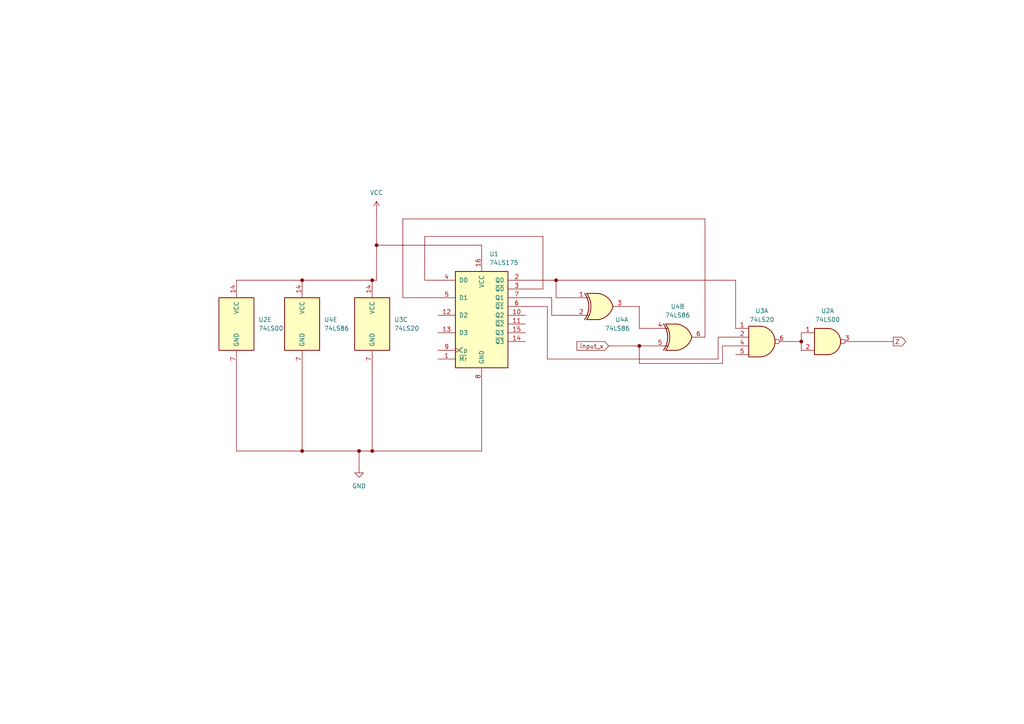
<source format=kicad_sch>
(kicad_sch (version 20230121) (generator eeschema)
  (paper "A4")
  (lib_symbols
    (symbol "74xx:74LS00" (pin_names (offset 1.016))
      (property "Reference" "U" (at 0 1.27 0))
      (property "Value" "74LS00" (at 0 -1.27 0))
      (symbol "74LS00_1_1"
        (arc (start 0 -3.81) (mid 3.7934 0) (end 0 3.81) (stroke (width 0.254)) (fill (type background)))
        (polyline (pts (xy 0 3.81) (xy -3.81 3.81) (xy -3.81 -3.81) (xy 0 -3.81)) (stroke (width 0.254)) (fill (type background)))
        (pin input line (at -7.62 2.54 0) (length 3.81) (name "~") (number "1"))
        (pin input line (at -7.62 -2.54 0) (length 3.81) (name "~") (number "2"))
        (pin output inverted (at 7.62 0 180) (length 3.81) (name "~") (number "3"))
      )
      (symbol "74LS00_1_2"
        (arc (start -3.81 -3.81) (mid -2.589 0) (end -3.81 3.81) (stroke (width 0.254)))
        (arc (start -0.6096 -3.81) (mid 2.1842 -2.5851) (end 3.81 0) (stroke (width 0.254)) (fill (type background)))
        (polyline (pts (xy -3.81 -3.81) (xy -0.635 -3.81)) (stroke (width 0.254)) (fill (type background)))
        (polyline (pts (xy -3.81 3.81) (xy -0.635 3.81)) (stroke (width 0.254)) (fill (type background)))
        (polyline (pts (xy -0.635 3.81) (xy -3.81 3.81) (xy -3.81 3.81) (xy -3.556 3.4036) (xy -3.0226 2.2606) (xy -2.6924 1.0414) (xy -2.6162 -0.254) (xy -2.7686 -1.4986) (xy -3.175 -2.7178) (xy -3.81 -3.81) (xy -3.81 -3.81) (xy -0.635 -3.81)) (stroke (width -25.4)) (fill (type background)))
        (arc (start 3.81 0) (mid 2.1915 2.5936) (end -0.6096 3.81) (stroke (width 0.254)) (fill (type background)))
        (pin input inverted (at -7.62 2.54 0) (length 4.318) (name "~") (number "1"))
        (pin input inverted (at -7.62 -2.54 0) (length 4.318) (name "~") (number "2"))
        (pin output line (at 7.62 0 180) (length 3.81) (name "~") (number "3"))
      )
      (symbol "74LS00_2_1"
        (arc (start 0 -3.81) (mid 3.7934 0) (end 0 3.81) (stroke (width 0.254)) (fill (type background)))
        (polyline (pts (xy 0 3.81) (xy -3.81 3.81) (xy -3.81 -3.81) (xy 0 -3.81)) (stroke (width 0.254)) (fill (type background)))
        (pin input line (at -7.62 2.54 0) (length 3.81) (name "~") (number "4"))
        (pin input line (at -7.62 -2.54 0) (length 3.81) (name "~") (number "5"))
        (pin output inverted (at 7.62 0 180) (length 3.81) (name "~") (number "6"))
      )
      (symbol "74LS00_2_2"
        (arc (start -3.81 -3.81) (mid -2.589 0) (end -3.81 3.81) (stroke (width 0.254)))
        (arc (start -0.6096 -3.81) (mid 2.1842 -2.5851) (end 3.81 0) (stroke (width 0.254)) (fill (type background)))
        (polyline (pts (xy -3.81 -3.81) (xy -0.635 -3.81)) (stroke (width 0.254)) (fill (type background)))
        (polyline (pts (xy -3.81 3.81) (xy -0.635 3.81)) (stroke (width 0.254)) (fill (type background)))
        (polyline (pts (xy -0.635 3.81) (xy -3.81 3.81) (xy -3.81 3.81) (xy -3.556 3.4036) (xy -3.0226 2.2606) (xy -2.6924 1.0414) (xy -2.6162 -0.254) (xy -2.7686 -1.4986) (xy -3.175 -2.7178) (xy -3.81 -3.81) (xy -3.81 -3.81) (xy -0.635 -3.81)) (stroke (width -25.4)) (fill (type background)))
        (arc (start 3.81 0) (mid 2.1915 2.5936) (end -0.6096 3.81) (stroke (width 0.254)) (fill (type background)))
        (pin input inverted (at -7.62 2.54 0) (length 4.318) (name "~") (number "4"))
        (pin input inverted (at -7.62 -2.54 0) (length 4.318) (name "~") (number "5"))
        (pin output line (at 7.62 0 180) (length 3.81) (name "~") (number "6"))
      )
      (symbol "74LS00_3_1"
        (arc (start 0 -3.81) (mid 3.7934 0) (end 0 3.81) (stroke (width 0.254)) (fill (type background)))
        (polyline (pts (xy 0 3.81) (xy -3.81 3.81) (xy -3.81 -3.81) (xy 0 -3.81)) (stroke (width 0.254)) (fill (type background)))
        (pin input line (at -7.62 -2.54 0) (length 3.81) (name "~") (number "10"))
        (pin output inverted (at 7.62 0 180) (length 3.81) (name "~") (number "8"))
        (pin input line (at -7.62 2.54 0) (length 3.81) (name "~") (number "9"))
      )
      (symbol "74LS00_3_2"
        (arc (start -3.81 -3.81) (mid -2.589 0) (end -3.81 3.81) (stroke (width 0.254)))
        (arc (start -0.6096 -3.81) (mid 2.1842 -2.5851) (end 3.81 0) (stroke (width 0.254)) (fill (type background)))
        (polyline (pts (xy -3.81 -3.81) (xy -0.635 -3.81)) (stroke (width 0.254)) (fill (type background)))
        (polyline (pts (xy -3.81 3.81) (xy -0.635 3.81)) (stroke (width 0.254)) (fill (type background)))
        (polyline (pts (xy -0.635 3.81) (xy -3.81 3.81) (xy -3.81 3.81) (xy -3.556 3.4036) (xy -3.0226 2.2606) (xy -2.6924 1.0414) (xy -2.6162 -0.254) (xy -2.7686 -1.4986) (xy -3.175 -2.7178) (xy -3.81 -3.81) (xy -3.81 -3.81) (xy -0.635 -3.81)) (stroke (width -25.4)) (fill (type background)))
        (arc (start 3.81 0) (mid 2.1915 2.5936) (end -0.6096 3.81) (stroke (width 0.254)) (fill (type background)))
        (pin input inverted (at -7.62 -2.54 0) (length 4.318) (name "~") (number "10"))
        (pin output line (at 7.62 0 180) (length 3.81) (name "~") (number "8"))
        (pin input inverted (at -7.62 2.54 0) (length 4.318) (name "~") (number "9"))
      )
      (symbol "74LS00_4_1"
        (arc (start 0 -3.81) (mid 3.7934 0) (end 0 3.81) (stroke (width 0.254)) (fill (type background)))
        (polyline (pts (xy 0 3.81) (xy -3.81 3.81) (xy -3.81 -3.81) (xy 0 -3.81)) (stroke (width 0.254)) (fill (type background)))
        (pin output inverted (at 7.62 0 180) (length 3.81) (name "~") (number "11"))
        (pin input line (at -7.62 2.54 0) (length 3.81) (name "~") (number "12"))
        (pin input line (at -7.62 -2.54 0) (length 3.81) (name "~") (number "13"))
      )
      (symbol "74LS00_4_2"
        (arc (start -3.81 -3.81) (mid -2.589 0) (end -3.81 3.81) (stroke (width 0.254)))
        (arc (start -0.6096 -3.81) (mid 2.1842 -2.5851) (end 3.81 0) (stroke (width 0.254)) (fill (type background)))
        (polyline (pts (xy -3.81 -3.81) (xy -0.635 -3.81)) (stroke (width 0.254)) (fill (type background)))
        (polyline (pts (xy -3.81 3.81) (xy -0.635 3.81)) (stroke (width 0.254)) (fill (type background)))
        (polyline (pts (xy -0.635 3.81) (xy -3.81 3.81) (xy -3.81 3.81) (xy -3.556 3.4036) (xy -3.0226 2.2606) (xy -2.6924 1.0414) (xy -2.6162 -0.254) (xy -2.7686 -1.4986) (xy -3.175 -2.7178) (xy -3.81 -3.81) (xy -3.81 -3.81) (xy -0.635 -3.81)) (stroke (width -25.4)) (fill (type background)))
        (arc (start 3.81 0) (mid 2.1915 2.5936) (end -0.6096 3.81) (stroke (width 0.254)) (fill (type background)))
        (pin output line (at 7.62 0 180) (length 3.81) (name "~") (number "11"))
        (pin input inverted (at -7.62 2.54 0) (length 4.318) (name "~") (number "12"))
        (pin input inverted (at -7.62 -2.54 0) (length 4.318) (name "~") (number "13"))
      )
      (symbol "74LS00_5_0"
        (pin power_in line (at 0 12.7 270) (length 5.08) (name "VCC") (number "14"))
        (pin power_in line (at 0 -12.7 90) (length 5.08) (name "GND") (number "7"))
      )
      (symbol "74LS00_5_1"
        (rectangle (start -5.08 7.62) (end 5.08 -7.62) (stroke (width 0.254)) (fill (type background)))
      )
    )
    (symbol "74xx:74LS175" (pin_names (offset 1.016))
      (property "Reference" "U" (at -7.62 13.97 0))
      (property "Value" "74LS175" (at -7.62 -16.51 0))
      (symbol "74LS175_1_0"
        (pin input line (at -12.7 -12.7 0) (length 5.08) (name "~{Mr}") (number "1"))
        (pin output line (at 12.7 0 180) (length 5.08) (name "Q2") (number "10"))
        (pin output line (at 12.7 -2.54 180) (length 5.08) (name "~{Q2}") (number "11"))
        (pin input line (at -12.7 0 0) (length 5.08) (name "D2") (number "12"))
        (pin input line (at -12.7 -5.08 0) (length 5.08) (name "D3") (number "13"))
        (pin output line (at 12.7 -7.62 180) (length 5.08) (name "~{Q3}") (number "14"))
        (pin output line (at 12.7 -5.08 180) (length 5.08) (name "Q3") (number "15"))
        (pin power_in line (at 0 17.78 270) (length 5.08) (name "VCC") (number "16"))
        (pin output line (at 12.7 10.16 180) (length 5.08) (name "Q0") (number "2"))
        (pin output line (at 12.7 7.62 180) (length 5.08) (name "~{Q0}") (number "3"))
        (pin input line (at -12.7 10.16 0) (length 5.08) (name "D0") (number "4"))
        (pin input line (at -12.7 5.08 0) (length 5.08) (name "D1") (number "5"))
        (pin output line (at 12.7 2.54 180) (length 5.08) (name "~{Q1}") (number "6"))
        (pin output line (at 12.7 5.08 180) (length 5.08) (name "Q1") (number "7"))
        (pin power_in line (at 0 -20.32 90) (length 5.08) (name "GND") (number "8"))
        (pin input clock (at -12.7 -10.16 0) (length 5.08) (name "Cp") (number "9"))
      )
      (symbol "74LS175_1_1"
        (rectangle (start -7.62 12.7) (end 7.62 -15.24) (stroke (width 0.254)) (fill (type background)))
      )
    )
    (symbol "74xx:74LS20" (pin_names (offset 1.016))
      (property "Reference" "U" (at 0 1.27 0))
      (property "Value" "74LS20" (at 0 -1.27 0))
      (symbol "74LS20_1_1"
        (arc (start -0.635 -4.445) (mid 3.7907 0) (end -0.635 4.445) (stroke (width 0.254)) (fill (type background)))
        (polyline (pts (xy -0.635 4.445) (xy -3.81 4.445) (xy -3.81 -4.445) (xy -0.635 -4.445)) (stroke (width 0.254)) (fill (type background)))
        (pin input line (at -7.62 3.81 0) (length 3.81) (name "~") (number "1"))
        (pin input line (at -7.62 1.27 0) (length 3.81) (name "~") (number "2"))
        (pin input line (at -7.62 -1.27 0) (length 3.81) (name "~") (number "4"))
        (pin input line (at -7.62 -3.81 0) (length 3.81) (name "~") (number "5"))
        (pin output inverted (at 7.62 0 180) (length 3.81) (name "~") (number "6"))
      )
      (symbol "74LS20_1_2"
        (arc (start -3.81 -4.445) (mid -2.5908 0) (end -3.81 4.445) (stroke (width 0.254)))
        (arc (start -0.6096 -4.445) (mid 2.2246 -2.8422) (end 3.81 0) (stroke (width 0.254)) (fill (type background)))
        (polyline (pts (xy -3.81 -4.445) (xy -0.635 -4.445)) (stroke (width 0.254)) (fill (type background)))
        (polyline (pts (xy -3.81 4.445) (xy -0.635 4.445)) (stroke (width 0.254)) (fill (type background)))
        (polyline (pts (xy -0.635 4.445) (xy -3.81 4.445) (xy -3.81 4.445) (xy -3.6322 4.0894) (xy -3.0988 2.921) (xy -2.7686 1.6764) (xy -2.6162 0.4318) (xy -2.6416 -0.8636) (xy -2.8702 -2.1082) (xy -3.2512 -3.3274) (xy -3.81 -4.445) (xy -3.81 -4.445) (xy -0.635 -4.445)) (stroke (width -25.4)) (fill (type background)))
        (arc (start 3.81 0) (mid 2.2204 2.8379) (end -0.6096 4.445) (stroke (width 0.254)) (fill (type background)))
        (pin input inverted (at -7.62 3.81 0) (length 3.81) (name "~") (number "1"))
        (pin input inverted (at -7.62 1.27 0) (length 4.826) (name "~") (number "2"))
        (pin input inverted (at -7.62 -1.27 0) (length 4.826) (name "~") (number "4"))
        (pin input inverted (at -7.62 -3.81 0) (length 3.81) (name "~") (number "5"))
        (pin output line (at 7.62 0 180) (length 3.81) (name "~") (number "6"))
      )
      (symbol "74LS20_2_1"
        (arc (start -0.635 -4.445) (mid 3.7907 0) (end -0.635 4.445) (stroke (width 0.254)) (fill (type background)))
        (polyline (pts (xy -0.635 4.445) (xy -3.81 4.445) (xy -3.81 -4.445) (xy -0.635 -4.445)) (stroke (width 0.254)) (fill (type background)))
        (pin input line (at -7.62 1.27 0) (length 3.81) (name "~") (number "10"))
        (pin input line (at -7.62 -1.27 0) (length 3.81) (name "~") (number "12"))
        (pin input line (at -7.62 -3.81 0) (length 3.81) (name "~") (number "13"))
        (pin output inverted (at 7.62 0 180) (length 3.81) (name "~") (number "8"))
        (pin input line (at -7.62 3.81 0) (length 3.81) (name "~") (number "9"))
      )
      (symbol "74LS20_2_2"
        (arc (start -3.81 -4.445) (mid -2.5908 0) (end -3.81 4.445) (stroke (width 0.254)))
        (arc (start -0.6096 -4.445) (mid 2.2246 -2.8422) (end 3.81 0) (stroke (width 0.254)) (fill (type background)))
        (polyline (pts (xy -3.81 -4.445) (xy -0.635 -4.445)) (stroke (width 0.254)) (fill (type background)))
        (polyline (pts (xy -3.81 4.445) (xy -0.635 4.445)) (stroke (width 0.254)) (fill (type background)))
        (polyline (pts (xy -0.635 4.445) (xy -3.81 4.445) (xy -3.81 4.445) (xy -3.6322 4.0894) (xy -3.0988 2.921) (xy -2.7686 1.6764) (xy -2.6162 0.4318) (xy -2.6416 -0.8636) (xy -2.8702 -2.1082) (xy -3.2512 -3.3274) (xy -3.81 -4.445) (xy -3.81 -4.445) (xy -0.635 -4.445)) (stroke (width -25.4)) (fill (type background)))
        (arc (start 3.81 0) (mid 2.2204 2.8379) (end -0.6096 4.445) (stroke (width 0.254)) (fill (type background)))
        (pin input inverted (at -7.62 1.27 0) (length 4.826) (name "~") (number "10"))
        (pin input inverted (at -7.62 -1.27 0) (length 4.826) (name "~") (number "12"))
        (pin input inverted (at -7.62 -3.81 0) (length 3.81) (name "~") (number "13"))
        (pin output line (at 7.62 0 180) (length 3.81) (name "~") (number "8"))
        (pin input inverted (at -7.62 3.81 0) (length 3.81) (name "~") (number "9"))
      )
      (symbol "74LS20_3_0"
        (pin power_in line (at 0 12.7 270) (length 5.08) (name "VCC") (number "14"))
        (pin power_in line (at 0 -12.7 90) (length 5.08) (name "GND") (number "7"))
      )
      (symbol "74LS20_3_1"
        (rectangle (start -5.08 7.62) (end 5.08 -7.62) (stroke (width 0.254)) (fill (type background)))
      )
    )
    (symbol "74xx:74LS86" (pin_names (offset 1.016))
      (property "Reference" "U" (at 0 1.27 0))
      (property "Value" "74LS86" (at 0 -1.27 0))
      (symbol "74LS86_1_0"
        (arc (start -4.4196 -3.81) (mid -3.2033 0) (end -4.4196 3.81) (stroke (width 0.254)))
        (arc (start -3.81 -3.81) (mid -2.589 0) (end -3.81 3.81) (stroke (width 0.254)))
        (arc (start -0.6096 -3.81) (mid 2.1842 -2.5851) (end 3.81 0) (stroke (width 0.254)) (fill (type background)))
        (polyline (pts (xy -3.81 -3.81) (xy -0.635 -3.81)) (stroke (width 0.254)) (fill (type background)))
        (polyline (pts (xy -3.81 3.81) (xy -0.635 3.81)) (stroke (width 0.254)) (fill (type background)))
        (polyline (pts (xy -0.635 3.81) (xy -3.81 3.81) (xy -3.81 3.81) (xy -3.556 3.4036) (xy -3.0226 2.2606) (xy -2.6924 1.0414) (xy -2.6162 -0.254) (xy -2.7686 -1.4986) (xy -3.175 -2.7178) (xy -3.81 -3.81) (xy -3.81 -3.81) (xy -0.635 -3.81)) (stroke (width -25.4)) (fill (type background)))
        (arc (start 3.81 0) (mid 2.1915 2.5936) (end -0.6096 3.81) (stroke (width 0.254)) (fill (type background)))
        (pin input line (at -7.62 2.54 0) (length 4.445) (name "~") (number "1"))
        (pin input line (at -7.62 -2.54 0) (length 4.445) (name "~") (number "2"))
        (pin output line (at 7.62 0 180) (length 3.81) (name "~") (number "3"))
      )
      (symbol "74LS86_1_1"
        (polyline (pts (xy -3.81 -2.54) (xy -3.175 -2.54)) (stroke (width 0.1524)))
        (polyline (pts (xy -3.81 2.54) (xy -3.175 2.54)) (stroke (width 0.1524)))
      )
      (symbol "74LS86_2_0"
        (arc (start -4.4196 -3.81) (mid -3.2033 0) (end -4.4196 3.81) (stroke (width 0.254)))
        (arc (start -3.81 -3.81) (mid -2.589 0) (end -3.81 3.81) (stroke (width 0.254)))
        (arc (start -0.6096 -3.81) (mid 2.1842 -2.5851) (end 3.81 0) (stroke (width 0.254)) (fill (type background)))
        (polyline (pts (xy -3.81 -3.81) (xy -0.635 -3.81)) (stroke (width 0.254)) (fill (type background)))
        (polyline (pts (xy -3.81 3.81) (xy -0.635 3.81)) (stroke (width 0.254)) (fill (type background)))
        (polyline (pts (xy -0.635 3.81) (xy -3.81 3.81) (xy -3.81 3.81) (xy -3.556 3.4036) (xy -3.0226 2.2606) (xy -2.6924 1.0414) (xy -2.6162 -0.254) (xy -2.7686 -1.4986) (xy -3.175 -2.7178) (xy -3.81 -3.81) (xy -3.81 -3.81) (xy -0.635 -3.81)) (stroke (width -25.4)) (fill (type background)))
        (arc (start 3.81 0) (mid 2.1915 2.5936) (end -0.6096 3.81) (stroke (width 0.254)) (fill (type background)))
        (pin input line (at -7.62 2.54 0) (length 4.445) (name "~") (number "4"))
        (pin input line (at -7.62 -2.54 0) (length 4.445) (name "~") (number "5"))
        (pin output line (at 7.62 0 180) (length 3.81) (name "~") (number "6"))
      )
      (symbol "74LS86_2_1"
        (polyline (pts (xy -3.81 -2.54) (xy -3.175 -2.54)) (stroke (width 0.1524)))
        (polyline (pts (xy -3.81 2.54) (xy -3.175 2.54)) (stroke (width 0.1524)))
      )
      (symbol "74LS86_3_0"
        (arc (start -4.4196 -3.81) (mid -3.2033 0) (end -4.4196 3.81) (stroke (width 0.254)))
        (arc (start -3.81 -3.81) (mid -2.589 0) (end -3.81 3.81) (stroke (width 0.254)))
        (arc (start -0.6096 -3.81) (mid 2.1842 -2.5851) (end 3.81 0) (stroke (width 0.254)) (fill (type background)))
        (polyline (pts (xy -3.81 -3.81) (xy -0.635 -3.81)) (stroke (width 0.254)) (fill (type background)))
        (polyline (pts (xy -3.81 3.81) (xy -0.635 3.81)) (stroke (width 0.254)) (fill (type background)))
        (polyline (pts (xy -0.635 3.81) (xy -3.81 3.81) (xy -3.81 3.81) (xy -3.556 3.4036) (xy -3.0226 2.2606) (xy -2.6924 1.0414) (xy -2.6162 -0.254) (xy -2.7686 -1.4986) (xy -3.175 -2.7178) (xy -3.81 -3.81) (xy -3.81 -3.81) (xy -0.635 -3.81)) (stroke (width -25.4)) (fill (type background)))
        (arc (start 3.81 0) (mid 2.1915 2.5936) (end -0.6096 3.81) (stroke (width 0.254)) (fill (type background)))
        (pin input line (at -7.62 -2.54 0) (length 4.445) (name "~") (number "10"))
        (pin output line (at 7.62 0 180) (length 3.81) (name "~") (number "8"))
        (pin input line (at -7.62 2.54 0) (length 4.445) (name "~") (number "9"))
      )
      (symbol "74LS86_3_1"
        (polyline (pts (xy -3.81 -2.54) (xy -3.175 -2.54)) (stroke (width 0.1524)))
        (polyline (pts (xy -3.81 2.54) (xy -3.175 2.54)) (stroke (width 0.1524)))
      )
      (symbol "74LS86_4_0"
        (arc (start -4.4196 -3.81) (mid -3.2033 0) (end -4.4196 3.81) (stroke (width 0.254)))
        (arc (start -3.81 -3.81) (mid -2.589 0) (end -3.81 3.81) (stroke (width 0.254)))
        (arc (start -0.6096 -3.81) (mid 2.1842 -2.5851) (end 3.81 0) (stroke (width 0.254)) (fill (type background)))
        (polyline (pts (xy -3.81 -3.81) (xy -0.635 -3.81)) (stroke (width 0.254)) (fill (type background)))
        (polyline (pts (xy -3.81 3.81) (xy -0.635 3.81)) (stroke (width 0.254)) (fill (type background)))
        (polyline (pts (xy -0.635 3.81) (xy -3.81 3.81) (xy -3.81 3.81) (xy -3.556 3.4036) (xy -3.0226 2.2606) (xy -2.6924 1.0414) (xy -2.6162 -0.254) (xy -2.7686 -1.4986) (xy -3.175 -2.7178) (xy -3.81 -3.81) (xy -3.81 -3.81) (xy -0.635 -3.81)) (stroke (width -25.4)) (fill (type background)))
        (arc (start 3.81 0) (mid 2.1915 2.5936) (end -0.6096 3.81) (stroke (width 0.254)) (fill (type background)))
        (pin output line (at 7.62 0 180) (length 3.81) (name "~") (number "11"))
        (pin input line (at -7.62 2.54 0) (length 4.445) (name "~") (number "12"))
        (pin input line (at -7.62 -2.54 0) (length 4.445) (name "~") (number "13"))
      )
      (symbol "74LS86_4_1"
        (polyline (pts (xy -3.81 -2.54) (xy -3.175 -2.54)) (stroke (width 0.1524)))
        (polyline (pts (xy -3.81 2.54) (xy -3.175 2.54)) (stroke (width 0.1524)))
      )
      (symbol "74LS86_5_0"
        (pin power_in line (at 0 12.7 270) (length 5.08) (name "VCC") (number "14"))
        (pin power_in line (at 0 -12.7 90) (length 5.08) (name "GND") (number "7"))
      )
      (symbol "74LS86_5_1"
        (rectangle (start -5.08 7.62) (end 5.08 -7.62) (stroke (width 0.254)) (fill (type background)))
      )
    )
    (symbol "power:GND" (power) (pin_names (offset 0))
      (property "Value" "GND" (at 0 -3.81 0))
      (symbol "GND_0_1"
        (polyline (pts (xy 0 0) (xy 0 -1.27) (xy 1.27 -1.27) (xy 0 -2.54) (xy -1.27 -1.27) (xy 0 -1.27)))
      )
      (symbol "GND_1_1"
        (pin power_in line (at 0 0 270) (length 0) hide (name "GND") (number "1"))
      )
    )
    (symbol "power:VCC" (power) (pin_names (offset 0))
      (property "Value" "VCC" (at 0 3.81 0))
      (symbol "VCC_0_1"
        (polyline (pts (xy -0.762 1.27) (xy 0 2.54)))
        (polyline (pts (xy 0 0) (xy 0 2.54)))
        (polyline (pts (xy 0 2.54) (xy 0.762 1.27)))
      )
      (symbol "VCC_1_1"
        (pin power_in line (at 0 0 90) (length 0) hide (name "VCC") (number "1"))
      )
    )
  )
  (junction (at 107.95 130.81) (color 132 0 0 1))
  (junction (at 161.29 81.28) (color 132 0 0 1))
  (junction (at 87.63 130.81) (color 132 0 0 1))
  (junction (at 232.41 99.06) (color 132 0 0 1))
  (junction (at 109.22 71.12) (color 132 0 0 1))
  (junction (at 87.63 81.28) (color 132 0 0 1))
  (junction (at 104.14 130.81) (color 132 0 0 1))
  (junction (at 185.42 100.33) (color 132 0 0 1))
  (junction (at 107.95 81.28) (color 132 0 0 1))
  (wire (pts (xy 160.02 91.44) (xy 166.37 91.44)) (stroke (width 0) (color 132 0 0 1)))
  (wire (pts (xy 109.22 71.12) (xy 109.22 60.96)) (stroke (width 0) (color 132 0 0 1)))
  (wire (pts (xy 152.4 83.82) (xy 157.48 83.82)) (stroke (width 0) (color 132 0 0 1)))
  (wire (pts (xy 228.6 99.06) (xy 232.41 99.06)) (stroke (width 0) (color 132 0 0 1)))
  (wire (pts (xy 232.41 99.06) (xy 232.41 96.52)) (stroke (width 0) (color 132 0 0 1)))
  (wire (pts (xy 123.19 81.28) (xy 127 81.28)) (stroke (width 0) (color 132 0 0 1)))
  (wire (pts (xy 139.7 73.66) (xy 139.7 71.12)) (stroke (width 0) (color 132 0 0 1)))
  (wire (pts (xy 152.4 86.36) (xy 160.02 86.36)) (stroke (width 0) (color 132 0 0 1)))
  (wire (pts (xy 185.42 88.9) (xy 185.42 95.25)) (stroke (width 0) (color 132 0 0 1)))
  (wire (pts (xy 68.58 106.68) (xy 68.58 130.81)) (stroke (width 0) (color 132 0 0 1)))
  (wire (pts (xy 87.63 81.28) (xy 107.95 81.28)) (stroke (width 0) (color 132 0 0 1)))
  (wire (pts (xy 185.42 105.41) (xy 185.42 100.33)) (stroke (width 0) (color 132 0 0 1)))
  (wire (pts (xy 176.53 100.33) (xy 185.42 100.33)) (stroke (width 0) (color 132 0 0 1)))
  (wire (pts (xy 259.08 99.06) (xy 247.65 99.06)) (stroke (width 0) (color 132 0 0 1)))
  (wire (pts (xy 104.14 130.81) (xy 107.95 130.81)) (stroke (width 0) (color 132 0 0 1)))
  (wire (pts (xy 139.7 71.12) (xy 109.22 71.12)) (stroke (width 0) (color 132 0 0 1)))
  (wire (pts (xy 213.36 95.25) (xy 213.36 81.28)) (stroke (width 0) (color 132 0 0 1)))
  (wire (pts (xy 158.75 104.14) (xy 208.28 104.14)) (stroke (width 0) (color 132 0 0 1)))
  (wire (pts (xy 123.19 68.58) (xy 123.19 81.28)) (stroke (width 0) (color 132 0 0 1)))
  (wire (pts (xy 208.28 104.14) (xy 208.28 97.79)) (stroke (width 0) (color 132 0 0 1)))
  (wire (pts (xy 157.48 68.58) (xy 123.19 68.58)) (stroke (width 0) (color 132 0 0 1)))
  (wire (pts (xy 109.22 81.28) (xy 109.22 71.12)) (stroke (width 0) (color 132 0 0 1)))
  (wire (pts (xy 152.4 81.28) (xy 161.29 81.28)) (stroke (width 0) (color 132 0 0 1)))
  (wire (pts (xy 185.42 100.33) (xy 189.23 100.33)) (stroke (width 0) (color 132 0 0 1)))
  (wire (pts (xy 107.95 130.81) (xy 139.7 130.81)) (stroke (width 0) (color 132 0 0 1)))
  (wire (pts (xy 104.14 135.89) (xy 104.14 130.81)) (stroke (width 0) (color 132 0 0 1)))
  (wire (pts (xy 161.29 81.28) (xy 161.29 86.36)) (stroke (width 0) (color 132 0 0 1)))
  (wire (pts (xy 161.29 86.36) (xy 166.37 86.36)) (stroke (width 0) (color 132 0 0 1)))
  (wire (pts (xy 68.58 130.81) (xy 87.63 130.81)) (stroke (width 0) (color 132 0 0 1)))
  (wire (pts (xy 116.84 63.5) (xy 116.84 86.36)) (stroke (width 0) (color 132 0 0 1)))
  (wire (pts (xy 209.55 105.41) (xy 185.42 105.41)) (stroke (width 0) (color 132 0 0 1)))
  (wire (pts (xy 152.4 88.9) (xy 158.75 88.9)) (stroke (width 0) (color 132 0 0 1)))
  (wire (pts (xy 161.29 81.28) (xy 213.36 81.28)) (stroke (width 0) (color 132 0 0 1)))
  (wire (pts (xy 107.95 81.28) (xy 109.22 81.28)) (stroke (width 0) (color 132 0 0 1)))
  (wire (pts (xy 181.61 88.9) (xy 185.42 88.9)) (stroke (width 0) (color 132 0 0 1)))
  (wire (pts (xy 158.75 88.9) (xy 158.75 104.14)) (stroke (width 0) (color 132 0 0 1)))
  (wire (pts (xy 68.58 81.28) (xy 87.63 81.28)) (stroke (width 0) (color 132 0 0 1)))
  (wire (pts (xy 107.95 106.68) (xy 107.95 130.81)) (stroke (width 0) (color 132 0 0 1)))
  (wire (pts (xy 160.02 86.36) (xy 160.02 91.44)) (stroke (width 0) (color 132 0 0 1)))
  (wire (pts (xy 87.63 130.81) (xy 104.14 130.81)) (stroke (width 0) (color 132 0 0 1)))
  (wire (pts (xy 232.41 99.06) (xy 232.41 101.6)) (stroke (width 0) (color 132 0 0 1)))
  (wire (pts (xy 208.28 97.79) (xy 213.36 97.79)) (stroke (width 0) (color 132 0 0 1)))
  (wire (pts (xy 185.42 95.25) (xy 189.23 95.25)) (stroke (width 0) (color 132 0 0 1)))
  (wire (pts (xy 116.84 86.36) (xy 127 86.36)) (stroke (width 0) (color 132 0 0 1)))
  (wire (pts (xy 139.7 130.81) (xy 139.7 111.76)) (stroke (width 0) (color 132 0 0 1)))
  (wire (pts (xy 213.36 100.33) (xy 209.55 100.33)) (stroke (width 0) (color 132 0 0 1)))
  (wire (pts (xy 157.48 83.82) (xy 157.48 68.58)) (stroke (width 0) (color 132 0 0 1)))
  (wire (pts (xy 204.47 63.5) (xy 116.84 63.5)) (stroke (width 0) (color 132 0 0 1)))
  (wire (pts (xy 204.47 97.79) (xy 204.47 63.5)) (stroke (width 0) (color 132 0 0 1)))
  (wire (pts (xy 87.63 106.68) (xy 87.63 130.81)) (stroke (width 0) (color 132 0 0 1)))
  (wire (pts (xy 209.55 100.33) (xy 209.55 105.41)) (stroke (width 0) (color 132 0 0 1)))
  (global_label "input_x" (shape input) (at 176.53 100.33 180) (property "Intersheetrefs" "${INTERSHEET_REFS}" (effects hide)))
  (global_label "Z" (shape output) (at 259.08 99.06 0) (property "Intersheetrefs" "${INTERSHEET_REFS}" (effects hide)))
  (symbol (lib_id "74xx:74LS20") (at 107.95 93.98 0) (unit 3)
    (property "Reference" "U3" (at 114.3 92.71 0) (effects (justify left)))
    (property "Value" "74LS20" (at 114.3 95.25 0) (effects (justify left)))
    (property "Datasheet" "http://www.ti.com/lit/gpn/sn74LS20" (effects hide))
  )
  (symbol (lib_id "power:GND") (at 104.14 135.89 0) (unit 1)
    (property "Reference" "#PWR01" (effects hide))
    (property "Value" "GND" (at 104.14 140.97 0))
  )
  (symbol (lib_id "74xx:74LS86") (at 196.85 97.79 0) (unit 2)
    (property "Reference" "U4" (at 196.5452 88.9 0))
    (property "Value" "74LS86" (at 196.5452 91.44 0))
    (property "Datasheet" "74xx/74ls86.pdf" (effects hide))
  )
  (symbol (lib_id "74xx:74LS86") (at 87.63 93.98 0) (unit 5)
    (property "Reference" "U4" (at 93.98 92.71 0) (effects (justify left)))
    (property "Value" "74LS86" (at 93.98 95.25 0) (effects (justify left)))
    (property "Datasheet" "74xx/74ls86.pdf" (effects hide))
  )
  (symbol (lib_id "power:VCC") (at 109.22 60.96 0) (unit 1)
    (property "Reference" "#PWR02" (effects hide))
    (property "Value" "VCC" (at 109.22 55.88 0))
  )
  (symbol (lib_id "74xx:74LS86") (at 173.99 88.9 0) (unit 1)
    (property "Reference" "U4" (at 180.34 92.71 0))
    (property "Value" "74LS86" (at 179.07 95.25 0))
    (property "Datasheet" "74xx/74ls86.pdf" (effects hide))
  )
  (symbol (lib_id "74xx:74LS175") (at 139.7 91.44 0) (unit 1)
    (property "Reference" "U1" (at 141.8941 73.66 0) (effects (justify left)))
    (property "Value" "74LS175" (at 141.8941 76.2 0) (effects (justify left)))
    (property "Datasheet" "http://www.ti.com/lit/gpn/sn74LS175" (effects hide))
  )
  (symbol (lib_id "74xx:74LS20") (at 220.98 99.06 0) (unit 1)
    (property "Reference" "U3" (at 220.9703 90.17 0))
    (property "Value" "74LS20" (at 220.9703 92.71 0))
    (property "Datasheet" "http://www.ti.com/lit/gpn/sn74LS20" (effects hide))
  )
  (symbol (lib_id "74xx:74LS00") (at 68.58 93.98 0) (unit 5)
    (property "Reference" "U2" (at 74.93 92.71 0) (effects (justify left)))
    (property "Value" "74LS00" (at 74.93 95.25 0) (effects (justify left)))
    (property "Datasheet" "http://www.ti.com/lit/gpn/sn74ls00" (effects hide))
  )
  (symbol (lib_id "74xx:74LS00") (at 240.03 99.06 0) (unit 1)
    (property "Reference" "U2" (at 240.0217 90.17 0))
    (property "Value" "74LS00" (at 240.0217 92.71 0))
    (property "Datasheet" "http://www.ti.com/lit/gpn/sn74ls00" (effects hide))
  )
)
</source>
